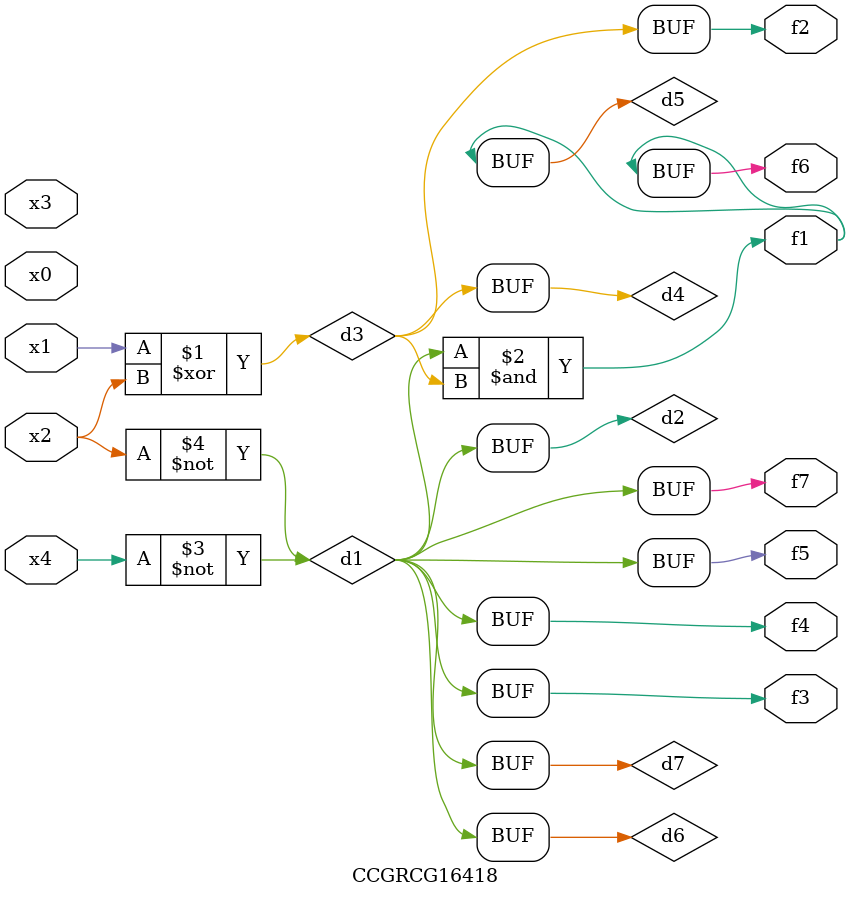
<source format=v>
module CCGRCG16418(
	input x0, x1, x2, x3, x4,
	output f1, f2, f3, f4, f5, f6, f7
);

	wire d1, d2, d3, d4, d5, d6, d7;

	not (d1, x4);
	not (d2, x2);
	xor (d3, x1, x2);
	buf (d4, d3);
	and (d5, d1, d3);
	buf (d6, d1, d2);
	buf (d7, d2);
	assign f1 = d5;
	assign f2 = d4;
	assign f3 = d7;
	assign f4 = d7;
	assign f5 = d7;
	assign f6 = d5;
	assign f7 = d7;
endmodule

</source>
